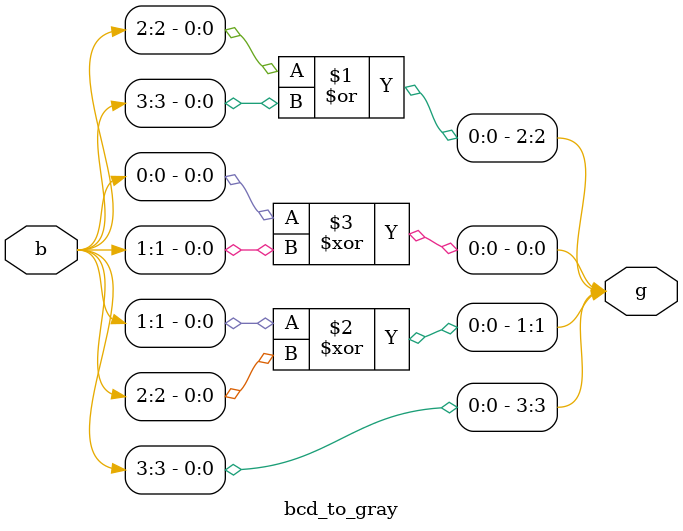
<source format=v>

module bcd_to_gray(b,g);
  input [3:0] b;
  output [3:0] g;
  
  buf (g[3],b[3]);
  or (g[2],b[2],b[3]);
  xor (g[1],b[1],b[2]);
  xor (g[0],b[0],b[1]);
endmodule
</source>
